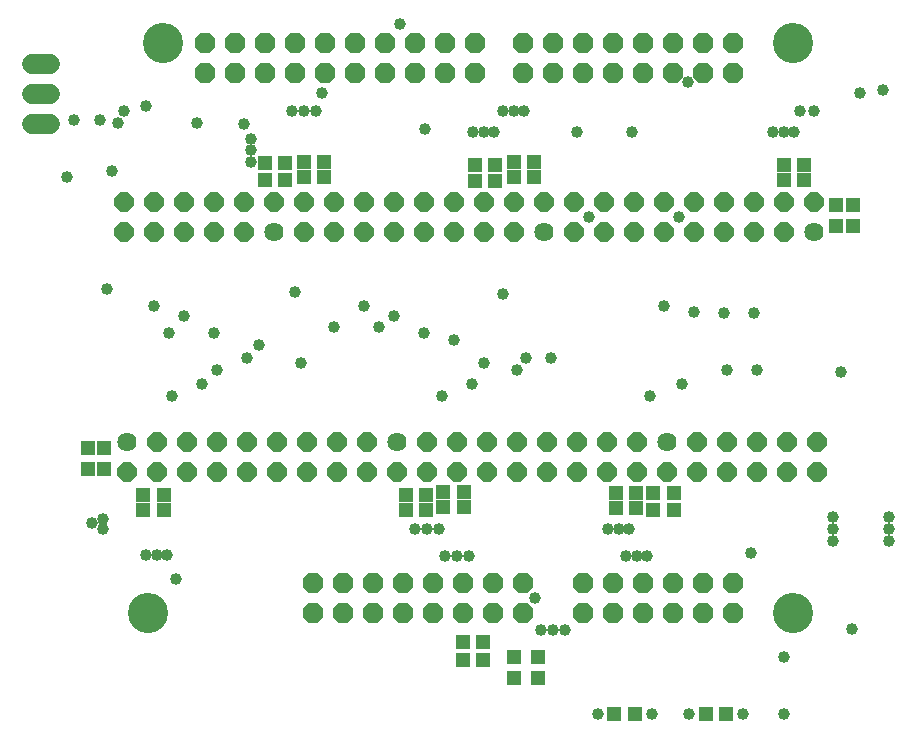
<source format=gbs>
G75*
%MOIN*%
%OFA0B0*%
%FSLAX25Y25*%
%IPPOS*%
%LPD*%
%AMOC8*
5,1,8,0,0,1.08239X$1,22.5*
%
%ADD10R,0.05052X0.04934*%
%ADD11R,0.04934X0.05052*%
%ADD12OC8,0.06800*%
%ADD13C,0.13398*%
%ADD14C,0.06400*%
%ADD15OC8,0.06400*%
%ADD16C,0.06800*%
%ADD17C,0.03975*%
D10*
X0036500Y0109555D03*
X0042000Y0109555D03*
X0042000Y0116445D03*
X0036500Y0116445D03*
X0178500Y0046945D03*
X0178500Y0040055D03*
X0186500Y0040055D03*
X0186500Y0046945D03*
X0286000Y0190555D03*
X0291500Y0190555D03*
X0291500Y0197445D03*
X0286000Y0197445D03*
D11*
X0275445Y0206000D03*
X0275445Y0211000D03*
X0268555Y0211000D03*
X0268555Y0206000D03*
X0185445Y0207000D03*
X0185445Y0212000D03*
X0178555Y0212000D03*
X0178555Y0207000D03*
X0172445Y0205500D03*
X0172445Y0211000D03*
X0165555Y0211000D03*
X0165555Y0205500D03*
X0115445Y0207000D03*
X0115445Y0212000D03*
X0108555Y0212000D03*
X0108555Y0207000D03*
X0102445Y0206000D03*
X0102445Y0211500D03*
X0095555Y0211500D03*
X0095555Y0206000D03*
X0061945Y0101000D03*
X0061945Y0096000D03*
X0055055Y0096000D03*
X0055055Y0101000D03*
X0142555Y0101000D03*
X0142555Y0096000D03*
X0149445Y0096000D03*
X0149445Y0101000D03*
X0155055Y0102000D03*
X0155055Y0097000D03*
X0161945Y0097000D03*
X0161945Y0102000D03*
X0212555Y0101500D03*
X0212555Y0096500D03*
X0219445Y0096500D03*
X0225055Y0096000D03*
X0225055Y0101500D03*
X0219445Y0101500D03*
X0231945Y0101500D03*
X0231945Y0096000D03*
X0168445Y0052000D03*
X0168445Y0046000D03*
X0161555Y0046000D03*
X0161555Y0052000D03*
X0212055Y0028000D03*
X0218945Y0028000D03*
X0242555Y0028000D03*
X0249445Y0028000D03*
D12*
X0251500Y0061500D03*
X0241500Y0061500D03*
X0231500Y0061500D03*
X0221500Y0061500D03*
X0211500Y0061500D03*
X0201500Y0061500D03*
X0201500Y0071500D03*
X0211500Y0071500D03*
X0221500Y0071500D03*
X0231500Y0071500D03*
X0241500Y0071500D03*
X0251500Y0071500D03*
X0181500Y0071500D03*
X0171500Y0071500D03*
X0161500Y0071500D03*
X0161500Y0061500D03*
X0171500Y0061500D03*
X0181500Y0061500D03*
X0151500Y0061500D03*
X0141500Y0061500D03*
X0131500Y0061500D03*
X0121500Y0061500D03*
X0111500Y0061500D03*
X0111500Y0071500D03*
X0121500Y0071500D03*
X0131500Y0071500D03*
X0141500Y0071500D03*
X0151500Y0071500D03*
X0155500Y0241500D03*
X0155500Y0251500D03*
X0145500Y0251500D03*
X0145500Y0241500D03*
X0135500Y0241500D03*
X0135500Y0251500D03*
X0125500Y0251500D03*
X0125500Y0241500D03*
X0115500Y0241500D03*
X0115500Y0251500D03*
X0105500Y0251500D03*
X0105500Y0241500D03*
X0095500Y0241500D03*
X0095500Y0251500D03*
X0085500Y0251500D03*
X0085500Y0241500D03*
X0075500Y0241500D03*
X0075500Y0251500D03*
X0165500Y0251500D03*
X0165500Y0241500D03*
X0181500Y0241500D03*
X0181500Y0251500D03*
X0191500Y0251500D03*
X0191500Y0241500D03*
X0201500Y0241500D03*
X0201500Y0251500D03*
X0211500Y0251500D03*
X0211500Y0241500D03*
X0221500Y0241500D03*
X0221500Y0251500D03*
X0231500Y0251500D03*
X0231500Y0241500D03*
X0241500Y0241500D03*
X0241500Y0251500D03*
X0251500Y0251500D03*
X0251500Y0241500D03*
D13*
X0056500Y0061500D03*
X0061500Y0251500D03*
X0271500Y0251500D03*
X0271500Y0061500D03*
D14*
X0229500Y0118500D03*
X0188500Y0188500D03*
X0139500Y0118500D03*
X0098500Y0188500D03*
X0049500Y0118500D03*
X0278500Y0188500D03*
D15*
X0268500Y0188500D03*
X0258500Y0188500D03*
X0248500Y0188500D03*
X0248500Y0198500D03*
X0258500Y0198500D03*
X0268500Y0198500D03*
X0278500Y0198500D03*
X0238500Y0198500D03*
X0228500Y0198500D03*
X0218500Y0198500D03*
X0208500Y0198500D03*
X0198500Y0198500D03*
X0188500Y0198500D03*
X0178500Y0198500D03*
X0168500Y0198500D03*
X0158500Y0198500D03*
X0148500Y0198500D03*
X0148500Y0188500D03*
X0158500Y0188500D03*
X0168500Y0188500D03*
X0178500Y0188500D03*
X0198500Y0188500D03*
X0208500Y0188500D03*
X0218500Y0188500D03*
X0228500Y0188500D03*
X0238500Y0188500D03*
X0239500Y0118500D03*
X0249500Y0118500D03*
X0259500Y0118500D03*
X0269500Y0118500D03*
X0279500Y0118500D03*
X0279500Y0108500D03*
X0269500Y0108500D03*
X0259500Y0108500D03*
X0249500Y0108500D03*
X0239500Y0108500D03*
X0229500Y0108500D03*
X0219500Y0108500D03*
X0219500Y0118500D03*
X0209500Y0118500D03*
X0199500Y0118500D03*
X0189500Y0118500D03*
X0179500Y0118500D03*
X0169500Y0118500D03*
X0159500Y0118500D03*
X0149500Y0118500D03*
X0149500Y0108500D03*
X0139500Y0108500D03*
X0129500Y0108500D03*
X0119500Y0108500D03*
X0119500Y0118500D03*
X0129500Y0118500D03*
X0109500Y0118500D03*
X0099500Y0118500D03*
X0089500Y0118500D03*
X0079500Y0118500D03*
X0069500Y0118500D03*
X0059500Y0118500D03*
X0059500Y0108500D03*
X0049500Y0108500D03*
X0069500Y0108500D03*
X0079500Y0108500D03*
X0089500Y0108500D03*
X0099500Y0108500D03*
X0109500Y0108500D03*
X0159500Y0108500D03*
X0169500Y0108500D03*
X0179500Y0108500D03*
X0189500Y0108500D03*
X0199500Y0108500D03*
X0209500Y0108500D03*
X0138500Y0188500D03*
X0128500Y0188500D03*
X0118500Y0188500D03*
X0108500Y0188500D03*
X0108500Y0198500D03*
X0098500Y0198500D03*
X0088500Y0198500D03*
X0078500Y0198500D03*
X0068500Y0198500D03*
X0058500Y0198500D03*
X0048500Y0198500D03*
X0048500Y0188500D03*
X0058500Y0188500D03*
X0068500Y0188500D03*
X0078500Y0188500D03*
X0088500Y0188500D03*
X0118500Y0198500D03*
X0128500Y0198500D03*
X0138500Y0198500D03*
D16*
X0024000Y0224500D02*
X0018000Y0224500D01*
X0018000Y0234500D02*
X0024000Y0234500D01*
X0024000Y0244500D02*
X0018000Y0244500D01*
D17*
X0032000Y0226000D03*
X0040500Y0226000D03*
X0046500Y0225000D03*
X0048500Y0229000D03*
X0056000Y0230500D03*
X0073000Y0225000D03*
X0088500Y0224500D03*
X0091000Y0219500D03*
X0091000Y0216000D03*
X0091000Y0212000D03*
X0104500Y0229000D03*
X0108500Y0229000D03*
X0112500Y0229000D03*
X0114500Y0235000D03*
X0140500Y0258000D03*
X0175000Y0229000D03*
X0178500Y0229000D03*
X0182000Y0229000D03*
X0172000Y0222000D03*
X0168500Y0222000D03*
X0165000Y0222000D03*
X0149000Y0223000D03*
X0199500Y0222000D03*
X0218000Y0222000D03*
X0236500Y0238500D03*
X0265000Y0222000D03*
X0268500Y0222000D03*
X0272000Y0222000D03*
X0274000Y0229000D03*
X0278500Y0229000D03*
X0294000Y0235000D03*
X0301500Y0236000D03*
X0233500Y0193500D03*
X0203500Y0193500D03*
X0175000Y0168000D03*
X0158500Y0152500D03*
X0148500Y0155000D03*
X0138500Y0160500D03*
X0133500Y0157000D03*
X0128500Y0164000D03*
X0118500Y0157000D03*
X0107500Y0145000D03*
X0093500Y0151000D03*
X0089500Y0146500D03*
X0079500Y0142500D03*
X0074500Y0138000D03*
X0064500Y0134000D03*
X0063500Y0155000D03*
X0068500Y0160500D03*
X0058500Y0164000D03*
X0043000Y0169500D03*
X0078500Y0155000D03*
X0105500Y0168500D03*
X0154500Y0134000D03*
X0164500Y0138000D03*
X0168500Y0145000D03*
X0179500Y0142500D03*
X0182500Y0146500D03*
X0191000Y0146500D03*
X0224000Y0134000D03*
X0234500Y0138000D03*
X0249500Y0142500D03*
X0259500Y0142500D03*
X0258500Y0161500D03*
X0248500Y0161500D03*
X0238500Y0162000D03*
X0228500Y0164000D03*
X0287500Y0142000D03*
X0285000Y0093500D03*
X0285000Y0089500D03*
X0285000Y0085500D03*
X0303500Y0085500D03*
X0303500Y0089500D03*
X0303500Y0093500D03*
X0291250Y0056250D03*
X0268510Y0047058D03*
X0268500Y0028000D03*
X0254858Y0028000D03*
X0237142Y0028000D03*
X0224500Y0028000D03*
X0206642Y0028000D03*
X0195500Y0056000D03*
X0191500Y0056000D03*
X0187500Y0056000D03*
X0185500Y0066500D03*
X0163494Y0080603D03*
X0159494Y0080603D03*
X0155494Y0080603D03*
X0153500Y0089500D03*
X0149500Y0089500D03*
X0145500Y0089500D03*
X0210000Y0089500D03*
X0213500Y0089500D03*
X0217000Y0089500D03*
X0216000Y0080500D03*
X0219500Y0080500D03*
X0223000Y0080500D03*
X0257500Y0081500D03*
X0066000Y0073000D03*
X0063005Y0080931D03*
X0059505Y0080931D03*
X0056005Y0080931D03*
X0041500Y0089500D03*
X0041500Y0093000D03*
X0038000Y0091500D03*
X0029500Y0207000D03*
X0044500Y0209000D03*
M02*

</source>
